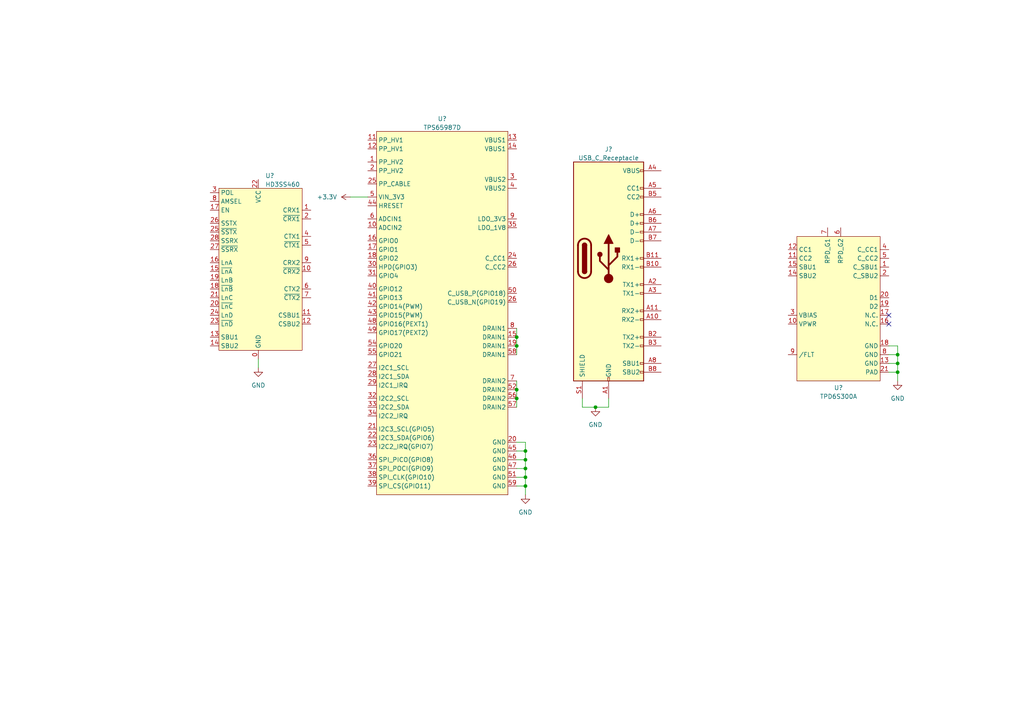
<source format=kicad_sch>
(kicad_sch (version 20211123) (generator eeschema)
  (paper "A4")
  (lib_symbols
    (symbol "PD_controller:TPS65987D"
      (property "Reference" "U" (at 0 57.15 0))
      (property "Value" "TPS65987D" (at 0 54.61 0))
      (symbol "TPS65987D_0_1"
        (rectangle (start -19.05 53.34) (end 19.05 -52.07) (stroke (width 0.1524)) (fill (type background)))
      )
      (symbol "TPS65987D_1_1"
        (pin passive line (at -21.59 44.45 0) (length 2.54) (name "PP_HV2") (number "1"))
        (pin input line (at -21.59 25.4 0) (length 2.54) (name "ADCIN2") (number "10"))
        (pin passive line (at -21.59 50.8 0) (length 2.54) (name "PP_HV1") (number "11"))
        (pin passive line (at -21.59 48.26 0) (length 2.54) (name "PP_HV1") (number "12"))
        (pin passive line (at 21.59 50.8 180) (length 2.54) (name "VBUS1") (number "13"))
        (pin passive line (at 21.59 48.26 180) (length 2.54) (name "VBUS1") (number "14"))
        (pin passive line (at 21.59 -6.35 180) (length 2.54) (name "DRAIN1") (number "15"))
        (pin bidirectional line (at -21.59 21.59 0) (length 2.54) (name "GPIO0") (number "16"))
        (pin bidirectional line (at -21.59 19.05 0) (length 2.54) (name "GPIO1") (number "17"))
        (pin bidirectional line (at -21.59 16.51 0) (length 2.54) (name "GPIO2") (number "18"))
        (pin passive line (at 21.59 -8.89 180) (length 2.54) (name "DRAIN1") (number "19"))
        (pin passive line (at -21.59 41.91 0) (length 2.54) (name "PP_HV2") (number "2"))
        (pin power_in line (at 21.59 -36.83 180) (length 2.54) (name "GND") (number "20"))
        (pin bidirectional line (at -21.59 -33.02 0) (length 2.54) (name "I2C3_SCL(GPIO5)") (number "21"))
        (pin bidirectional line (at -21.59 -35.56 0) (length 2.54) (name "I2C3_SDA(GPIO6)") (number "22"))
        (pin bidirectional line (at -21.59 -38.1 0) (length 2.54) (name "I2C2_IRQ(GPIO7)") (number "23"))
        (pin bidirectional line (at 21.59 16.51 180) (length 2.54) (name "C_CC1") (number "24"))
        (pin power_in line (at -21.59 38.1 0) (length 2.54) (name "PP_CABLE") (number "25"))
        (pin bidirectional line (at 21.59 13.97 180) (length 2.54) (name "C_CC2") (number "26"))
        (pin bidirectional line (at 21.59 3.81 180) (length 2.54) (name "C_USB_N(GPIO19)") (number "26"))
        (pin bidirectional line (at -21.59 -15.24 0) (length 2.54) (name "I2C1_SCL") (number "27"))
        (pin bidirectional line (at -21.59 -17.78 0) (length 2.54) (name "I2C1_SDA") (number "28"))
        (pin output line (at -21.59 -20.32 0) (length 2.54) (name "I2C1_IRQ") (number "29"))
        (pin passive line (at 21.59 39.37 180) (length 2.54) (name "VBUS2") (number "3"))
        (pin bidirectional line (at -21.59 13.97 0) (length 2.54) (name "HPD(GPIO3)") (number "30"))
        (pin bidirectional line (at -21.59 11.43 0) (length 2.54) (name "GPIO4") (number "31"))
        (pin bidirectional line (at -21.59 -24.13 0) (length 2.54) (name "I2C2_SCL") (number "32"))
        (pin bidirectional line (at -21.59 -26.67 0) (length 2.54) (name "I2C2_SDA") (number "33"))
        (pin output line (at -21.59 -29.21 0) (length 2.54) (name "I2C2_IRQ") (number "34"))
        (pin power_out line (at 21.59 25.4 180) (length 2.54) (name "LDO_1V8") (number "35"))
        (pin bidirectional line (at -21.59 -41.91 0) (length 2.54) (name "SPI_PICO(GPIO8)") (number "36"))
        (pin bidirectional line (at -21.59 -44.45 0) (length 2.54) (name "SPI_POCI(GPIO9)") (number "37"))
        (pin bidirectional line (at -21.59 -46.99 0) (length 2.54) (name "SPI_CLK(GPIO10)") (number "38"))
        (pin bidirectional line (at -21.59 -49.53 0) (length 2.54) (name "SPI_CS(GPIO11)") (number "39"))
        (pin passive line (at 21.59 36.83 180) (length 2.54) (name "VBUS2") (number "4"))
        (pin bidirectional line (at -21.59 7.62 0) (length 2.54) (name "GPIO12") (number "40"))
        (pin bidirectional line (at -21.59 5.08 0) (length 2.54) (name "GPIO13") (number "41"))
        (pin bidirectional line (at -21.59 2.54 0) (length 2.54) (name "GPIO14(PWM)") (number "42"))
        (pin bidirectional line (at -21.59 0 0) (length 2.54) (name "GPIO15(PWM)") (number "43"))
        (pin bidirectional line (at -21.59 31.75 0) (length 2.54) (name "HRESET") (number "44"))
        (pin power_in line (at 21.59 -39.37 180) (length 2.54) (name "GND") (number "45"))
        (pin power_in line (at 21.59 -41.91 180) (length 2.54) (name "GND") (number "46"))
        (pin power_in line (at 21.59 -44.45 180) (length 2.54) (name "GND") (number "47"))
        (pin bidirectional line (at -21.59 -2.54 0) (length 2.54) (name "GPIO16(PEXT1)") (number "48"))
        (pin bidirectional line (at -21.59 -5.08 0) (length 2.54) (name "GPIO17(PEXT2)") (number "49"))
        (pin power_in line (at -21.59 34.29 0) (length 2.54) (name "VIN_3V3") (number "5"))
        (pin bidirectional line (at 21.59 6.35 180) (length 2.54) (name "C_USB_P(GPIO18)") (number "50"))
        (pin power_in line (at 21.59 -46.99 180) (length 2.54) (name "GND") (number "51"))
        (pin passive line (at 21.59 -21.59 180) (length 2.54) (name "DRAIN2") (number "52"))
        (pin bidirectional line (at -21.59 -8.89 0) (length 2.54) (name "GPIO20") (number "54"))
        (pin bidirectional line (at -21.59 -11.43 0) (length 2.54) (name "GPIO21") (number "55"))
        (pin passive line (at 21.59 -24.13 180) (length 2.54) (name "DRAIN2") (number "56"))
        (pin passive line (at 21.59 -26.67 180) (length 2.54) (name "DRAIN2") (number "57"))
        (pin passive line (at 21.59 -11.43 180) (length 2.54) (name "DRAIN1") (number "58"))
        (pin power_in line (at 21.59 -49.53 180) (length 2.54) (name "GND") (number "59"))
        (pin input line (at -21.59 27.94 0) (length 2.54) (name "ADCIN1") (number "6"))
        (pin passive line (at 21.59 -19.05 180) (length 2.54) (name "DRAIN2") (number "7"))
        (pin passive line (at 21.59 -3.81 180) (length 2.54) (name "DRAIN1") (number "8"))
        (pin power_out line (at 21.59 27.94 180) (length 2.54) (name "LDO_3V3") (number "9"))
      )
    )
    (symbol "USB_C_Connector:USB_C_Receptacle" (pin_names (offset 1.016))
      (property "Reference" "J" (at -10.16 29.21 0))
      (property "Value" "USB_C_Receptacle" (at 10.16 29.21 0))
      (symbol "USB_C_Receptacle_0_0"
        (rectangle (start -0.254 -35.56) (end 0.254 -34.544))
        (rectangle (start 10.16 -32.766) (end 9.144 -33.274))
        (rectangle (start 10.16 -30.226) (end 9.144 -30.734))
        (rectangle (start 10.16 -25.146) (end 9.144 -25.654))
        (rectangle (start 10.16 -22.606) (end 9.144 -23.114))
        (rectangle (start 10.16 -17.526) (end 9.144 -18.034))
        (rectangle (start 10.16 -14.986) (end 9.144 -15.494))
        (rectangle (start 10.16 -9.906) (end 9.144 -10.414))
        (rectangle (start 10.16 -7.366) (end 9.144 -7.874))
        (rectangle (start 10.16 -2.286) (end 9.144 -2.794))
        (rectangle (start 10.16 0.254) (end 9.144 -0.254))
        (rectangle (start 10.16 5.334) (end 9.144 4.826))
        (rectangle (start 10.16 7.874) (end 9.144 7.366))
        (rectangle (start 10.16 10.414) (end 9.144 9.906))
        (rectangle (start 10.16 12.954) (end 9.144 12.446))
        (rectangle (start 10.16 18.034) (end 9.144 17.526))
        (rectangle (start 10.16 20.574) (end 9.144 20.066))
        (rectangle (start 10.16 25.654) (end 9.144 25.146))
      )
      (symbol "USB_C_Receptacle_0_1"
        (rectangle (start -10.16 27.94) (end 10.16 -35.56) (stroke (width 0.254)) (fill (type background)))
        (arc (start -8.89 -3.81) (mid -6.985 -5.715) (end -5.08 -3.81) (stroke (width 0.508)))
        (arc (start -7.62 -3.81) (mid -6.985 -4.445) (end -6.35 -3.81) (stroke (width 0.254)))
        (arc (start -7.62 -3.81) (mid -6.985 -4.445) (end -6.35 -3.81) (stroke (width 0.254)) (fill (type outline)))
        (rectangle (start -7.62 -3.81) (end -6.35 3.81) (stroke (width 0.254)) (fill (type outline)))
        (arc (start -6.35 3.81) (mid -6.985 4.445) (end -7.62 3.81) (stroke (width 0.254)))
        (arc (start -6.35 3.81) (mid -6.985 4.445) (end -7.62 3.81) (stroke (width 0.254)) (fill (type outline)))
        (arc (start -5.08 3.81) (mid -6.985 5.715) (end -8.89 3.81) (stroke (width 0.508)))
        (polyline (pts (xy -8.89 -3.81) (xy -8.89 3.81)) (stroke (width 0.508)))
        (polyline (pts (xy -5.08 3.81) (xy -5.08 -3.81)) (stroke (width 0.508)))
      )
      (symbol "USB_C_Receptacle_1_1"
        (circle (center -2.54 1.143) (radius 0.635) (stroke (width 0.254)) (fill (type outline)))
        (circle (center 0 -5.842) (radius 1.27) (fill (type outline)))
        (polyline (pts (xy 0 -5.842) (xy 0 4.318)) (stroke (width 0.508)))
        (polyline (pts (xy 0 -3.302) (xy -2.54 -0.762) (xy -2.54 0.508)) (stroke (width 0.508)))
        (polyline (pts (xy 0 -2.032) (xy 2.54 0.508) (xy 2.54 1.778)) (stroke (width 0.508)))
        (polyline (pts (xy -1.27 4.318) (xy 0 6.858) (xy 1.27 4.318) (xy -1.27 4.318)) (stroke (width 0.254)) (fill (type outline)))
        (rectangle (start 1.905 1.778) (end 3.175 3.048) (stroke (width 0.254)) (fill (type outline)))
        (pin passive line (at 0 -40.64 90) (length 5.08) (name "GND") (number "A1"))
        (pin bidirectional line (at 15.24 -17.78 180) (length 5.08) (name "RX2-") (number "A10"))
        (pin bidirectional line (at 15.24 -15.24 180) (length 5.08) (name "RX2+") (number "A11"))
        (pin passive line (at 0 -40.64 90) (length 5.08) hide (name "GND") (number "A12"))
        (pin bidirectional line (at 15.24 -7.62 180) (length 5.08) (name "TX1+") (number "A2"))
        (pin bidirectional line (at 15.24 -10.16 180) (length 5.08) (name "TX1-") (number "A3"))
        (pin passive line (at 15.24 25.4 180) (length 5.08) (name "VBUS") (number "A4"))
        (pin bidirectional line (at 15.24 20.32 180) (length 5.08) (name "CC1") (number "A5"))
        (pin bidirectional line (at 15.24 12.7 180) (length 5.08) (name "D+") (number "A6"))
        (pin bidirectional line (at 15.24 7.62 180) (length 5.08) (name "D-") (number "A7"))
        (pin bidirectional line (at 15.24 -30.48 180) (length 5.08) (name "SBU1") (number "A8"))
        (pin passive line (at 15.24 25.4 180) (length 5.08) hide (name "VBUS") (number "A9"))
        (pin passive line (at 0 -40.64 90) (length 5.08) hide (name "GND") (number "B1"))
        (pin bidirectional line (at 15.24 -2.54 180) (length 5.08) (name "RX1-") (number "B10"))
        (pin bidirectional line (at 15.24 0 180) (length 5.08) (name "RX1+") (number "B11"))
        (pin passive line (at 0 -40.64 90) (length 5.08) hide (name "GND") (number "B12"))
        (pin bidirectional line (at 15.24 -22.86 180) (length 5.08) (name "TX2+") (number "B2"))
        (pin bidirectional line (at 15.24 -25.4 180) (length 5.08) (name "TX2-") (number "B3"))
        (pin passive line (at 15.24 25.4 180) (length 5.08) hide (name "VBUS") (number "B4"))
        (pin bidirectional line (at 15.24 17.78 180) (length 5.08) (name "CC2") (number "B5"))
        (pin bidirectional line (at 15.24 10.16 180) (length 5.08) (name "D+") (number "B6"))
        (pin bidirectional line (at 15.24 5.08 180) (length 5.08) (name "D-") (number "B7"))
        (pin bidirectional line (at 15.24 -33.02 180) (length 5.08) (name "SBU2") (number "B8"))
        (pin passive line (at 15.24 25.4 180) (length 5.08) hide (name "VBUS") (number "B9"))
        (pin passive line (at -7.62 -40.64 90) (length 5.08) (name "SHIELD") (number "S1"))
      )
    )
    (symbol "USB_C_Mux:HD3SS460"
      (property "Reference" "U" (at 6.731 27.4828 0))
      (property "Value" "HD3SS460" (at 6.731 25.0698 0))
      (symbol "HD3SS460_0_1"
        (rectangle (start -11.43 24.13) (end 12.7 -22.86) (stroke (width 0.1524)) (fill (type background)))
      )
      (symbol "HD3SS460_1_1"
        (pin bidirectional line (at 0 -25.4 90) (length 2.54) (name "GND") (number "0"))
        (pin bidirectional line (at 15.24 17.78 180) (length 2.54) (name "CRX1") (number "1"))
        (pin bidirectional line (at 15.24 0 180) (length 2.54) (name "~{CRX2}") (number "10"))
        (pin bidirectional line (at 15.24 -12.7 180) (length 2.54) (name "CSBU1") (number "11"))
        (pin bidirectional line (at 15.24 -15.24 180) (length 2.54) (name "CSBU2") (number "12"))
        (pin bidirectional line (at -13.97 -19.05 0) (length 2.54) (name "SBU1") (number "13"))
        (pin bidirectional line (at -13.97 -21.59 0) (length 2.54) (name "SBU2") (number "14"))
        (pin input line (at -13.97 0 0) (length 2.54) (name "~{LnA}") (number "15"))
        (pin input line (at -13.97 2.54 0) (length 2.54) (name "LnA") (number "16"))
        (pin input line (at -13.97 17.78 0) (length 2.54) (name "EN") (number "17"))
        (pin input line (at -13.97 -5.08 0) (length 2.54) (name "~{LnB}") (number "18"))
        (pin input line (at -13.97 -2.54 0) (length 2.54) (name "LnB") (number "19"))
        (pin bidirectional line (at 15.24 15.24 180) (length 2.54) (name "~{CRX1}") (number "2"))
        (pin input line (at -13.97 -10.16 0) (length 2.54) (name "~{LnC}") (number "20"))
        (pin input line (at -13.97 -7.62 0) (length 2.54) (name "LnC") (number "21"))
        (pin bidirectional line (at 0 26.67 270) (length 2.54) (name "VCC") (number "22"))
        (pin input line (at -13.97 -15.24 0) (length 2.54) (name "~{LnD}") (number "23"))
        (pin input line (at -13.97 -12.7 0) (length 2.54) (name "LnD") (number "24"))
        (pin bidirectional line (at -13.97 11.43 0) (length 2.54) (name "~{SSTX}") (number "25"))
        (pin bidirectional line (at -13.97 13.97 0) (length 2.54) (name "SSTX") (number "26"))
        (pin bidirectional line (at -13.97 6.35 0) (length 2.54) (name "~{SSRX}") (number "27"))
        (pin bidirectional line (at -13.97 8.89 0) (length 2.54) (name "SSRX") (number "28"))
        (pin input line (at -13.97 22.86 0) (length 2.54) (name "POL") (number "3"))
        (pin bidirectional line (at 15.24 10.16 180) (length 2.54) (name "CTX1") (number "4"))
        (pin bidirectional line (at 15.24 7.62 180) (length 2.54) (name "~{CTX1}") (number "5"))
        (pin bidirectional line (at 15.24 -5.08 180) (length 2.54) (name "CTX2") (number "6"))
        (pin bidirectional line (at 15.24 -7.62 180) (length 2.54) (name "~{CTX2}") (number "7"))
        (pin input line (at -13.97 20.32 0) (length 2.54) (name "AMSEL") (number "8"))
        (pin bidirectional line (at 15.24 2.54 180) (length 2.54) (name "CRX2") (number "9"))
      )
    )
    (symbol "USB_C_Port_Protector:TPD6S300A"
      (property "Reference" "U" (at -8.89 0 0))
      (property "Value" "TPD6S300A" (at -8.89 -2.54 0))
      (symbol "TPD6S300A_0_1"
        (rectangle (start -10.16 -3.81) (end 13.97 -45.72) (stroke (width 0.1524)) (fill (type background)))
      )
      (symbol "TPD6S300A_1_1"
        (pin input line (at 16.51 -12.7 180) (length 2.54) (name "C_SBU1") (number "1"))
        (pin input line (at -12.7 -29.21 0) (length 2.54) (name "VPWR") (number "10"))
        (pin input line (at -12.7 -10.16 0) (length 2.54) (name "CC2") (number "11"))
        (pin input line (at -12.7 -7.62 0) (length 2.54) (name "CC1") (number "12"))
        (pin input line (at 16.51 -40.64 180) (length 2.54) (name "GND") (number "13"))
        (pin input line (at -12.7 -15.24 0) (length 2.54) (name "SBU2") (number "14"))
        (pin input line (at -12.7 -12.7 0) (length 2.54) (name "SBU1") (number "15"))
        (pin input line (at 16.51 -29.21 180) (length 2.54) (name "N.C.") (number "16"))
        (pin input line (at 16.51 -26.67 180) (length 2.54) (name "N.C.") (number "17"))
        (pin input line (at 16.51 -35.56 180) (length 2.54) (name "GND") (number "18"))
        (pin input line (at 16.51 -24.13 180) (length 2.54) (name "D2") (number "19"))
        (pin input line (at 16.51 -15.24 180) (length 2.54) (name "C_SBU2") (number "2"))
        (pin input line (at 16.51 -21.59 180) (length 2.54) (name "D1") (number "20"))
        (pin input line (at 16.51 -43.18 180) (length 2.54) (name "PAD") (number "21"))
        (pin input line (at -12.7 -26.67 0) (length 2.54) (name "VBIAS") (number "3"))
        (pin input line (at 16.51 -7.62 180) (length 2.54) (name "C_CC1") (number "4"))
        (pin input line (at 16.51 -10.16 180) (length 2.54) (name "C_CC2") (number "5"))
        (pin input line (at 2.54 -1.27 270) (length 2.54) (name "RPD_G2") (number "6"))
        (pin input line (at -1.27 -1.27 270) (length 2.54) (name "RPD_G1") (number "7"))
        (pin input line (at 16.51 -38.1 180) (length 2.54) (name "GND") (number "8"))
        (pin input line (at -12.7 -38.1 0) (length 2.54) (name "/FLT") (number "9"))
      )
    )
    (symbol "power:+3.3V" (power) (pin_names (offset 0))
      (property "Value" "+3.3V" (at 0 3.556 0))
      (symbol "+3.3V_0_1"
        (polyline (pts (xy -0.762 1.27) (xy 0 2.54)))
        (polyline (pts (xy 0 0) (xy 0 2.54)))
        (polyline (pts (xy 0 2.54) (xy 0.762 1.27)))
      )
      (symbol "+3.3V_1_1"
        (pin power_in line (at 0 0 90) (length 0) hide (name "+3.3V") (number "1"))
      )
    )
    (symbol "power:GND" (power) (pin_names (offset 0))
      (property "Value" "GND" (at 0 -3.81 0))
      (symbol "GND_0_1"
        (polyline (pts (xy 0 0) (xy 0 -1.27) (xy 1.27 -1.27) (xy 0 -2.54) (xy -1.27 -1.27) (xy 0 -1.27)))
      )
      (symbol "GND_1_1"
        (pin power_in line (at 0 0 270) (length 0) hide (name "GND") (number "1"))
      )
    )
  )
  (junction (at 172.72 118.11))
  (junction (at 149.86 100.33))
  (junction (at 260.35 102.87))
  (junction (at 152.4 133.35))
  (junction (at 152.4 130.81))
  (junction (at 260.35 107.95))
  (junction (at 149.86 113.03))
  (junction (at 149.86 115.57))
  (junction (at 149.86 97.79))
  (junction (at 152.4 140.97))
  (junction (at 260.35 105.41))
  (junction (at 152.4 138.43))
  (junction (at 152.4 135.89))
  (no_connect (at 257.81 93.98))
  (no_connect (at 257.81 91.44))
  (wire (pts (xy 152.4 135.89) (xy 152.4 133.35)))
  (wire (pts (xy 152.4 138.43) (xy 149.86 138.43)))
  (wire (pts (xy 260.35 105.41) (xy 260.35 107.95)))
  (wire (pts (xy 149.86 95.25) (xy 149.86 97.79)))
  (wire (pts (xy 152.4 140.97) (xy 152.4 138.43)))
  (wire (pts (xy 152.4 130.81) (xy 152.4 128.27)))
  (wire (pts (xy 260.35 110.49) (xy 260.35 107.95)))
  (wire (pts (xy 257.81 100.33) (xy 260.35 100.33)))
  (wire (pts (xy 149.86 97.79) (xy 149.86 100.33)))
  (wire (pts (xy 149.86 113.03) (xy 149.86 115.57)))
  (wire (pts (xy 260.35 102.87) (xy 260.35 105.41)))
  (wire (pts (xy 168.91 115.57) (xy 168.91 118.11)))
  (wire (pts (xy 152.4 135.89) (xy 149.86 135.89)))
  (wire (pts (xy 176.53 118.11) (xy 176.53 115.57)))
  (wire (pts (xy 172.72 118.11) (xy 176.53 118.11)))
  (wire (pts (xy 152.4 130.81) (xy 149.86 130.81)))
  (wire (pts (xy 149.86 100.33) (xy 149.86 102.87)))
  (wire (pts (xy 257.81 105.41) (xy 260.35 105.41)))
  (wire (pts (xy 152.4 138.43) (xy 152.4 135.89)))
  (wire (pts (xy 168.91 118.11) (xy 172.72 118.11)))
  (wire (pts (xy 257.81 102.87) (xy 260.35 102.87)))
  (wire (pts (xy 152.4 128.27) (xy 149.86 128.27)))
  (wire (pts (xy 260.35 100.33) (xy 260.35 102.87)))
  (wire (pts (xy 260.35 107.95) (xy 257.81 107.95)))
  (wire (pts (xy 152.4 143.51) (xy 152.4 140.97)))
  (wire (pts (xy 152.4 133.35) (xy 152.4 130.81)))
  (wire (pts (xy 152.4 140.97) (xy 149.86 140.97)))
  (wire (pts (xy 74.93 104.14) (xy 74.93 106.68)))
  (wire (pts (xy 101.6 57.15) (xy 106.68 57.15)))
  (wire (pts (xy 149.86 133.35) (xy 152.4 133.35)))
  (wire (pts (xy 149.86 110.49) (xy 149.86 113.03)))
  (wire (pts (xy 149.86 115.57) (xy 149.86 118.11)))
  (symbol (lib_id "PD_controller:TPS65987D") (at 128.27 91.44 0) (unit 1)
    (property "Reference" "U?" (at 128.27 34.451 0))
    (property "Value" "TPS65987D" (at 128.27 36.9879 0))
    (property "Datasheet" "https://www.ti.com/lit/ds/symlink/tps65987d.pdf?ts=1662720709173&ref_url=https%253A%252F%252Fwww.ti.com%252Fproduct%252FTPS65987D" (effects hide))
  )
  (symbol (lib_id "power:+3.3V") (at 101.6 57.15 90) (unit 1)
    (property "Reference" "#PWR?" (effects hide))
    (property "Value" "+3.3V" (at 97.79 57.1499 90) (effects (justify left)))
  )
  (symbol (lib_id "USB_C_Port_Protector:TPD6S300A") (at 241.3 64.77 0) (unit 1)
    (property "Reference" "U?" (at 243.205 112.4696 0))
    (property "Value" "TPD6S300A" (at 243.205 115.0065 0))
  )
  (symbol (lib_id "USB_C_Connector:USB_C_Receptacle") (at 176.53 74.93 0) (unit 1)
    (property "Reference" "J?" (at 176.53 43.2902 0))
    (property "Value" "USB_C_Receptacle" (at 176.53 45.8271 0))
    (property "Datasheet" "https://www.usb.org/sites/default/files/documents/usb_type-c.zip" (effects hide))
  )
  (symbol (lib_id "power:GND") (at 74.93 106.68 0) (unit 1)
    (property "Reference" "#PWR?" (effects hide))
    (property "Value" "GND" (at 74.93 111.76 0))
  )
  (symbol (lib_id "power:GND") (at 152.4 143.51 0) (unit 1)
    (property "Reference" "#PWR?" (effects hide))
    (property "Value" "GND" (at 152.4 148.59 0))
  )
  (symbol (lib_id "USB_C_Mux:HD3SS460") (at 74.93 78.74 0) (unit 1)
    (property "Reference" "U?" (at 76.9494 50.961 0) (effects (justify left)))
    (property "Value" "HD3SS460" (at 76.9494 53.4979 0) (effects (justify left)))
    (property "Datasheet" "https://www.ti.com/lit/ds/symlink/hd3ss460.pdf?ts=1662747973822&ref_url=https%253A%252F%252Fwww.ti.com%252Fproduct%252FHD3SS460%253FHQS%253Dti-null-null-verifimanuf_df-manu-pf-octopart-wwe" (effects hide))
  )
  (symbol (lib_id "power:GND") (at 260.35 110.49 0) (unit 1)
    (property "Reference" "#PWR?" (effects hide))
    (property "Value" "GND" (at 260.35 115.57 0))
  )
  (symbol (lib_id "power:GND") (at 172.72 118.11 0) (unit 1)
    (property "Reference" "#PWR?" (effects hide))
    (property "Value" "GND" (at 172.72 123.19 0))
  )
)
</source>
